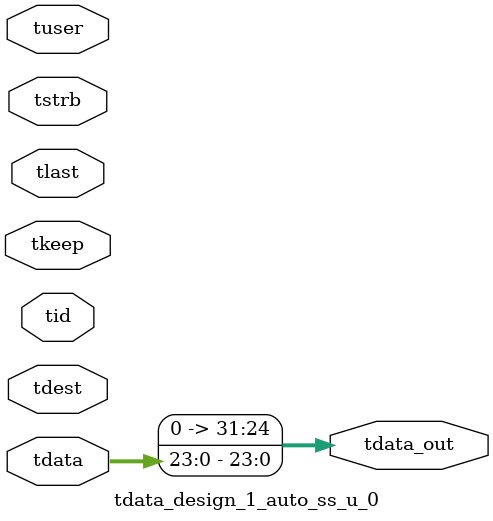
<source format=v>


`timescale 1ps/1ps

module tdata_design_1_auto_ss_u_0 #
(
parameter C_S_AXIS_TDATA_WIDTH = 32,
parameter C_S_AXIS_TUSER_WIDTH = 0,
parameter C_S_AXIS_TID_WIDTH   = 0,
parameter C_S_AXIS_TDEST_WIDTH = 0,
parameter C_M_AXIS_TDATA_WIDTH = 32
)
(
input  [(C_S_AXIS_TDATA_WIDTH == 0 ? 1 : C_S_AXIS_TDATA_WIDTH)-1:0     ] tdata,
input  [(C_S_AXIS_TUSER_WIDTH == 0 ? 1 : C_S_AXIS_TUSER_WIDTH)-1:0     ] tuser,
input  [(C_S_AXIS_TID_WIDTH   == 0 ? 1 : C_S_AXIS_TID_WIDTH)-1:0       ] tid,
input  [(C_S_AXIS_TDEST_WIDTH == 0 ? 1 : C_S_AXIS_TDEST_WIDTH)-1:0     ] tdest,
input  [(C_S_AXIS_TDATA_WIDTH/8)-1:0 ] tkeep,
input  [(C_S_AXIS_TDATA_WIDTH/8)-1:0 ] tstrb,
input                                                                    tlast,
output [C_M_AXIS_TDATA_WIDTH-1:0] tdata_out
);

assign tdata_out = {tdata[23:0]};

endmodule


</source>
